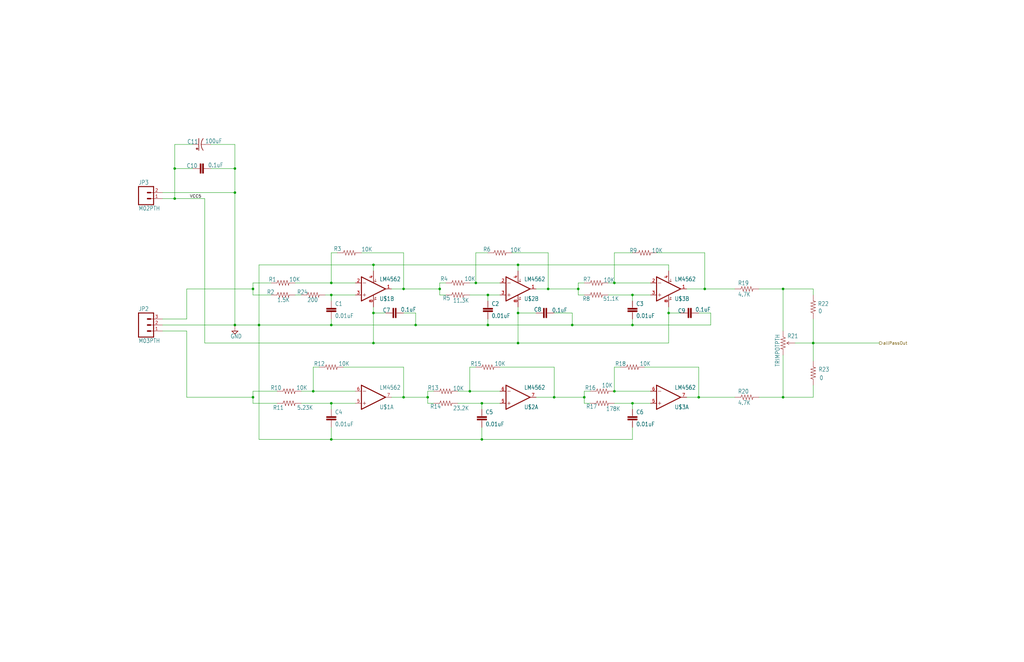
<source format=kicad_sch>
(kicad_sch (version 20230121) (generator eeschema)
  (paper "USLedger")
  (lib_symbols
    (symbol "allpass-eagle-import:CAP0603-CAP"
      (property "Reference" "C" (at 1.524 2.921 0))
      (property "Value" "CAP0603-CAP" (at 1.524 -2.159 0))
      (symbol "CAP0603-CAP_1_0"
        (rectangle (start -2.032 0.508) (end 2.032 1.016) (fill (type outline)))
        (rectangle (start -2.032 1.524) (end 2.032 2.032) (fill (type outline)))
        (polyline (pts (xy 0 0) (xy 0 0.508)) (stroke (width 0.1524)))
        (polyline (pts (xy 0 2.54) (xy 0 2.032)) (stroke (width 0.1524)))
        (pin passive line (at 0 5.08 270) (length 2.54) (name "1") (number "1"))
        (pin passive line (at 0 -2.54 90) (length 2.54) (name "2") (number "2"))
      )
    )
    (symbol "allpass-eagle-import:CAP_POLPTH1"
      (property "Reference" "C" (at 1.016 0.635 0))
      (property "Value" "CAP_POLPTH1" (at 1.016 -4.191 0))
      (symbol "CAP_POLPTH1_1_0"
        (rectangle (start -2.253 0.668) (end -1.364 0.795) (fill (type outline)))
        (rectangle (start -1.872 0.287) (end -1.745 1.176) (fill (type outline)))
        (arc (start 0 -1.0161) (mid -1.3021 -1.2302) (end -2.4669 -1.8504) (stroke (width 0.254)))
        (polyline (pts (xy -2.54 0) (xy 2.54 0)) (stroke (width 0.254)))
        (polyline (pts (xy 0 -1.016) (xy 0 -2.54)) (stroke (width 0.1524)))
        (arc (start 2.4892 -1.8542) (mid 1.3158 -1.2195) (end 0 -1) (stroke (width 0.254)))
        (pin passive line (at 0 2.54 270) (length 2.54) (name "+") (number "1"))
        (pin passive line (at 0 -5.08 90) (length 2.54) (name "-") (number "2"))
      )
    )
    (symbol "allpass-eagle-import:GND" (power)
      (property "Value" "GND" (at -1.905 -3.175 0))
      (symbol "GND_1_0"
        (polyline (pts (xy -1.27 0) (xy 1.27 0)) (stroke (width 0.254)))
        (polyline (pts (xy 0 -1.27) (xy -1.27 0)) (stroke (width 0.254)))
        (polyline (pts (xy 1.27 0) (xy 0 -1.27)) (stroke (width 0.254)))
        (pin power_in line (at 0 2.54 270) (length 2.54) (name "GND") (number "1"))
      )
    )
    (symbol "allpass-eagle-import:LM4562"
      (property "Value" "LM4562" (at 2.54 -5.08 0))
      (symbol "LM4562_1_0"
        (polyline (pts (xy -5.08 -5.08) (xy 5.08 0)) (stroke (width 0.4064)))
        (polyline (pts (xy -5.08 5.08) (xy -5.08 -5.08)) (stroke (width 0.4064)))
        (polyline (pts (xy -4.445 -2.54) (xy -3.175 -2.54)) (stroke (width 0.1524)))
        (polyline (pts (xy -4.445 2.54) (xy -3.175 2.54)) (stroke (width 0.1524)))
        (polyline (pts (xy -3.81 3.175) (xy -3.81 1.905)) (stroke (width 0.1524)))
        (polyline (pts (xy 5.08 0) (xy -5.08 5.08)) (stroke (width 0.4064)))
        (pin input line (at -7.62 2.54 0) (length 2.54) (name "+IN") (number "5"))
        (pin input line (at -7.62 -2.54 0) (length 2.54) (name "-IN") (number "6"))
        (pin output line (at 7.62 0 180) (length 2.54) (name "OUT") (number "7"))
      )
      (symbol "LM4562_2_0"
        (polyline (pts (xy -5.08 -5.08) (xy 5.08 0)) (stroke (width 0.4064)))
        (polyline (pts (xy -5.08 5.08) (xy -5.08 -5.08)) (stroke (width 0.4064)))
        (polyline (pts (xy -4.445 -2.54) (xy -3.175 -2.54)) (stroke (width 0.1524)))
        (polyline (pts (xy -4.445 2.54) (xy -3.175 2.54)) (stroke (width 0.1524)))
        (polyline (pts (xy -3.81 3.175) (xy -3.81 1.905)) (stroke (width 0.1524)))
        (polyline (pts (xy 5.08 0) (xy -5.08 5.08)) (stroke (width 0.4064)))
        (text "V+" (at 1.27 3.175 900) (effects (font (size 0.8128 0.6908)) (justify left bottom)))
        (text "V-" (at 1.27 -4.445 900) (effects (font (size 0.8128 0.6908)) (justify left bottom)))
        (pin output line (at 7.62 0 180) (length 2.54) (name "OUT") (number "1"))
        (pin input line (at -7.62 -2.54 0) (length 2.54) (name "-IN") (number "2"))
        (pin input line (at -7.62 2.54 0) (length 2.54) (name "+IN") (number "3"))
        (pin power_in line (at 0 -7.62 90) (length 5.08) (name "V-") (number "4"))
        (pin power_in line (at 0 7.62 270) (length 5.08) (name "V+") (number "8"))
      )
    )
    (symbol "allpass-eagle-import:M02PTH"
      (property "Reference" "JP" (at -2.54 5.842 0))
      (property "Value" "M02PTH" (at -2.54 -5.08 0))
      (symbol "M02PTH_1_0"
        (polyline (pts (xy -2.54 5.08) (xy -2.54 -2.54)) (stroke (width 0.4064)))
        (polyline (pts (xy -2.54 5.08) (xy 3.81 5.08)) (stroke (width 0.4064)))
        (polyline (pts (xy 1.27 0) (xy 2.54 0)) (stroke (width 0.6096)))
        (polyline (pts (xy 1.27 2.54) (xy 2.54 2.54)) (stroke (width 0.6096)))
        (polyline (pts (xy 3.81 -2.54) (xy -2.54 -2.54)) (stroke (width 0.4064)))
        (polyline (pts (xy 3.81 -2.54) (xy 3.81 5.08)) (stroke (width 0.4064)))
        (pin passive line (at 7.62 0 180) (length 5.08) (name "1") (number "1"))
        (pin passive line (at 7.62 2.54 180) (length 5.08) (name "2") (number "2"))
      )
    )
    (symbol "allpass-eagle-import:M03PTH"
      (property "Reference" "JP" (at -2.54 5.842 0))
      (property "Value" "M03PTH" (at -2.54 -7.62 0))
      (symbol "M03PTH_1_0"
        (polyline (pts (xy -2.54 5.08) (xy -2.54 -5.08)) (stroke (width 0.4064)))
        (polyline (pts (xy -2.54 5.08) (xy 3.81 5.08)) (stroke (width 0.4064)))
        (polyline (pts (xy 1.27 -2.54) (xy 2.54 -2.54)) (stroke (width 0.6096)))
        (polyline (pts (xy 1.27 0) (xy 2.54 0)) (stroke (width 0.6096)))
        (polyline (pts (xy 1.27 2.54) (xy 2.54 2.54)) (stroke (width 0.6096)))
        (polyline (pts (xy 3.81 -5.08) (xy -2.54 -5.08)) (stroke (width 0.4064)))
        (polyline (pts (xy 3.81 -5.08) (xy 3.81 5.08)) (stroke (width 0.4064)))
        (pin passive line (at 7.62 -2.54 180) (length 5.08) (name "1") (number "1"))
        (pin passive line (at 7.62 0 180) (length 5.08) (name "2") (number "2"))
        (pin passive line (at 7.62 2.54 180) (length 5.08) (name "3") (number "3"))
      )
    )
    (symbol "allpass-eagle-import:RESISTOR0603"
      (property "Reference" "R" (at -3.81 1.4986 0))
      (property "Value" "RESISTOR0603" (at -3.81 -3.302 0))
      (symbol "RESISTOR0603_1_0"
        (polyline (pts (xy -2.54 0) (xy -2.159 1.016)) (stroke (width 0.1524)))
        (polyline (pts (xy -2.159 1.016) (xy -1.524 -1.016)) (stroke (width 0.1524)))
        (polyline (pts (xy -1.524 -1.016) (xy -0.889 1.016)) (stroke (width 0.1524)))
        (polyline (pts (xy -0.889 1.016) (xy -0.254 -1.016)) (stroke (width 0.1524)))
        (polyline (pts (xy -0.254 -1.016) (xy 0.381 1.016)) (stroke (width 0.1524)))
        (polyline (pts (xy 0.381 1.016) (xy 1.016 -1.016)) (stroke (width 0.1524)))
        (polyline (pts (xy 1.016 -1.016) (xy 1.651 1.016)) (stroke (width 0.1524)))
        (polyline (pts (xy 1.651 1.016) (xy 2.286 -1.016)) (stroke (width 0.1524)))
        (polyline (pts (xy 2.286 -1.016) (xy 2.54 0)) (stroke (width 0.1524)))
        (pin passive line (at -5.08 0 0) (length 2.54) (name "1") (number "1"))
        (pin passive line (at 5.08 0 180) (length 2.54) (name "2") (number "2"))
      )
    )
    (symbol "allpass-eagle-import:TRIMPOTPTH"
      (property "Reference" "R" (at -11.43 1.4986 0))
      (property "Value" "TRIMPOTPTH" (at -3.81 -3.302 0))
      (symbol "TRIMPOTPTH_1_0"
        (polyline (pts (xy -2.54 0) (xy -2.159 1.016)) (stroke (width 0.1524)))
        (polyline (pts (xy -2.159 1.016) (xy -1.524 -1.016)) (stroke (width 0.1524)))
        (polyline (pts (xy -1.524 -1.016) (xy -0.889 1.016)) (stroke (width 0.1524)))
        (polyline (pts (xy -0.889 1.016) (xy -0.254 -1.016)) (stroke (width 0.1524)))
        (polyline (pts (xy -0.635 2.54) (xy 0 1.524)) (stroke (width 0.1524)))
        (polyline (pts (xy -0.254 -1.016) (xy 0.381 1.016)) (stroke (width 0.1524)))
        (polyline (pts (xy 0 1.524) (xy 0.635 2.54)) (stroke (width 0.1524)))
        (polyline (pts (xy 0 2.54) (xy 0 1.524)) (stroke (width 0.1524)))
        (polyline (pts (xy 0.381 1.016) (xy 1.016 -1.016)) (stroke (width 0.1524)))
        (polyline (pts (xy 1.016 -1.016) (xy 1.651 1.016)) (stroke (width 0.1524)))
        (polyline (pts (xy 1.651 1.016) (xy 2.286 -1.016)) (stroke (width 0.1524)))
        (polyline (pts (xy 2.286 -1.016) (xy 2.54 0)) (stroke (width 0.1524)))
        (pin passive line (at -5.08 0 0) (length 2.54) (name "CCW") (number "1"))
        (pin passive line (at 0 5.08 270) (length 2.54) (name "WIPER") (number "2"))
        (pin passive line (at 5.08 0 180) (length 2.54) (name "CW") (number "3"))
      )
    )
  )
  (junction (at 170.18 121.92))
  (junction (at 106.68 167.64))
  (junction (at 175.26 137.16))
  (junction (at 243.84 121.92))
  (junction (at 218.44 144.78))
  (junction (at 200.66 119.38))
  (junction (at 259.08 119.38))
  (junction (at 218.44 111.76))
  (junction (at 203.2 185.42))
  (junction (at 266.7 170.18))
  (junction (at 99.06 71.12))
  (junction (at 139.7 124.46))
  (junction (at 99.06 137.16))
  (junction (at 180.34 167.64))
  (junction (at 132.08 165.1))
  (junction (at 185.42 121.92))
  (junction (at 231.14 121.92))
  (junction (at 157.48 132.08))
  (junction (at 139.7 119.38))
  (junction (at 246.38 167.64))
  (junction (at 157.48 111.76))
  (junction (at 241.3 137.16))
  (junction (at 73.66 83.82))
  (junction (at 139.7 137.16))
  (junction (at 170.18 167.64))
  (junction (at 218.44 132.08))
  (junction (at 281.94 132.08))
  (junction (at 297.18 121.92))
  (junction (at 99.06 81.28))
  (junction (at 106.68 121.92))
  (junction (at 109.22 137.16))
  (junction (at 205.74 124.46))
  (junction (at 205.74 137.16))
  (junction (at 139.7 185.42))
  (junction (at 259.08 165.1))
  (junction (at 139.7 170.18))
  (junction (at 294.64 167.64))
  (junction (at 330.2 167.64))
  (junction (at 233.68 167.64))
  (junction (at 266.7 137.16))
  (junction (at 266.7 124.46))
  (junction (at 198.12 165.1))
  (junction (at 157.48 144.78))
  (junction (at 203.2 170.18))
  (junction (at 73.66 71.12))
  (junction (at 342.9 144.78))
  (junction (at 330.2 121.92))
  (wire (pts (xy 259.08 165.1) (xy 274.32 165.1)))
  (wire (pts (xy 210.82 154.94) (xy 233.68 154.94)))
  (wire (pts (xy 256.54 124.46) (xy 266.7 124.46)))
  (wire (pts (xy 139.7 124.46) (xy 149.86 124.46)))
  (wire (pts (xy 342.9 134.62) (xy 342.9 144.78)))
  (wire (pts (xy 203.2 172.72) (xy 203.2 170.18)))
  (wire (pts (xy 266.7 185.42) (xy 203.2 185.42)))
  (wire (pts (xy 320.04 167.64) (xy 330.2 167.64)))
  (wire (pts (xy 81.28 71.12) (xy 73.66 71.12)))
  (wire (pts (xy 266.7 124.46) (xy 274.32 124.46)))
  (wire (pts (xy 218.44 111.76) (xy 157.48 111.76)))
  (wire (pts (xy 134.62 154.94) (xy 132.08 154.94)))
  (wire (pts (xy 180.34 165.1) (xy 180.34 167.64)))
  (wire (pts (xy 259.08 106.68) (xy 259.08 119.38)))
  (wire (pts (xy 106.68 165.1) (xy 106.68 167.64)))
  (wire (pts (xy 342.9 167.64) (xy 342.9 162.56)))
  (wire (pts (xy 157.48 129.54) (xy 157.48 132.08)))
  (wire (pts (xy 170.18 121.92) (xy 165.1 121.92)))
  (wire (pts (xy 157.48 132.08) (xy 157.48 144.78)))
  (wire (pts (xy 320.04 121.92) (xy 330.2 121.92)))
  (wire (pts (xy 144.78 154.94) (xy 170.18 154.94)))
  (wire (pts (xy 106.68 170.18) (xy 116.84 170.18)))
  (wire (pts (xy 124.46 124.46) (xy 127 124.46)))
  (wire (pts (xy 86.36 83.82) (xy 86.36 144.78)))
  (wire (pts (xy 114.3 119.38) (xy 106.68 119.38)))
  (wire (pts (xy 68.58 134.62) (xy 78.74 134.62)))
  (wire (pts (xy 205.74 127) (xy 205.74 124.46)))
  (wire (pts (xy 170.18 106.68) (xy 170.18 121.92)))
  (wire (pts (xy 266.7 170.18) (xy 274.32 170.18)))
  (wire (pts (xy 294.64 132.08) (xy 299.72 132.08)))
  (wire (pts (xy 246.38 167.64) (xy 246.38 170.18)))
  (wire (pts (xy 109.22 111.76) (xy 109.22 137.16)))
  (wire (pts (xy 73.66 71.12) (xy 73.66 83.82)))
  (wire (pts (xy 132.08 154.94) (xy 132.08 165.1)))
  (wire (pts (xy 78.74 167.64) (xy 106.68 167.64)))
  (wire (pts (xy 297.18 121.92) (xy 309.88 121.92)))
  (wire (pts (xy 248.92 165.1) (xy 246.38 165.1)))
  (wire (pts (xy 162.56 132.08) (xy 157.48 132.08)))
  (wire (pts (xy 139.7 106.68) (xy 139.7 119.38)))
  (wire (pts (xy 335.28 144.78) (xy 342.9 144.78)))
  (wire (pts (xy 109.22 137.16) (xy 99.06 137.16)))
  (wire (pts (xy 259.08 154.94) (xy 259.08 165.1)))
  (wire (pts (xy 139.7 127) (xy 139.7 124.46)))
  (wire (pts (xy 180.34 170.18) (xy 182.88 170.18)))
  (wire (pts (xy 198.12 119.38) (xy 200.66 119.38)))
  (wire (pts (xy 243.84 121.92) (xy 243.84 124.46)))
  (wire (pts (xy 139.7 137.16) (xy 175.26 137.16)))
  (wire (pts (xy 139.7 134.62) (xy 139.7 137.16)))
  (wire (pts (xy 170.18 121.92) (xy 185.42 121.92)))
  (wire (pts (xy 233.68 154.94) (xy 233.68 167.64)))
  (wire (pts (xy 106.68 167.64) (xy 106.68 170.18)))
  (wire (pts (xy 266.7 127) (xy 266.7 124.46)))
  (wire (pts (xy 185.42 121.92) (xy 185.42 124.46)))
  (wire (pts (xy 139.7 185.42) (xy 109.22 185.42)))
  (wire (pts (xy 205.74 106.68) (xy 200.66 106.68)))
  (wire (pts (xy 205.74 137.16) (xy 241.3 137.16)))
  (wire (pts (xy 109.22 185.42) (xy 109.22 137.16)))
  (wire (pts (xy 99.06 71.12) (xy 99.06 81.28)))
  (wire (pts (xy 88.9 60.96) (xy 99.06 60.96)))
  (wire (pts (xy 200.66 154.94) (xy 198.12 154.94)))
  (wire (pts (xy 299.72 137.16) (xy 266.7 137.16)))
  (wire (pts (xy 73.66 83.82) (xy 86.36 83.82)))
  (wire (pts (xy 106.68 124.46) (xy 114.3 124.46)))
  (wire (pts (xy 157.48 144.78) (xy 86.36 144.78)))
  (wire (pts (xy 68.58 139.7) (xy 78.74 139.7)))
  (wire (pts (xy 218.44 114.3) (xy 218.44 111.76)))
  (wire (pts (xy 116.84 165.1) (xy 106.68 165.1)))
  (wire (pts (xy 106.68 119.38) (xy 106.68 121.92)))
  (wire (pts (xy 106.68 121.92) (xy 106.68 124.46)))
  (wire (pts (xy 231.14 106.68) (xy 231.14 121.92)))
  (wire (pts (xy 180.34 167.64) (xy 180.34 170.18)))
  (wire (pts (xy 200.66 106.68) (xy 200.66 119.38)))
  (wire (pts (xy 266.7 180.34) (xy 266.7 185.42)))
  (wire (pts (xy 233.68 167.64) (xy 246.38 167.64)))
  (wire (pts (xy 281.94 144.78) (xy 218.44 144.78)))
  (wire (pts (xy 124.46 119.38) (xy 139.7 119.38)))
  (wire (pts (xy 182.88 165.1) (xy 180.34 165.1)))
  (wire (pts (xy 139.7 185.42) (xy 139.7 180.34)))
  (wire (pts (xy 233.68 132.08) (xy 241.3 132.08)))
  (wire (pts (xy 259.08 170.18) (xy 266.7 170.18)))
  (wire (pts (xy 294.64 167.64) (xy 289.56 167.64)))
  (wire (pts (xy 81.28 60.96) (xy 73.66 60.96)))
  (wire (pts (xy 139.7 170.18) (xy 149.86 170.18)))
  (wire (pts (xy 294.64 154.94) (xy 294.64 167.64)))
  (wire (pts (xy 218.44 144.78) (xy 157.48 144.78)))
  (wire (pts (xy 127 170.18) (xy 139.7 170.18)))
  (wire (pts (xy 241.3 132.08) (xy 241.3 137.16)))
  (wire (pts (xy 68.58 83.82) (xy 73.66 83.82)))
  (wire (pts (xy 139.7 119.38) (xy 149.86 119.38)))
  (wire (pts (xy 271.78 154.94) (xy 294.64 154.94)))
  (wire (pts (xy 266.7 172.72) (xy 266.7 170.18)))
  (wire (pts (xy 342.9 144.78) (xy 370.84 144.78)))
  (wire (pts (xy 205.74 124.46) (xy 210.82 124.46)))
  (wire (pts (xy 132.08 165.1) (xy 149.86 165.1)))
  (wire (pts (xy 330.2 121.92) (xy 342.9 121.92)))
  (wire (pts (xy 142.24 106.68) (xy 139.7 106.68)))
  (wire (pts (xy 203.2 170.18) (xy 210.82 170.18)))
  (wire (pts (xy 185.42 124.46) (xy 187.96 124.46)))
  (wire (pts (xy 152.4 106.68) (xy 170.18 106.68)))
  (wire (pts (xy 294.64 167.64) (xy 309.88 167.64)))
  (wire (pts (xy 170.18 154.94) (xy 170.18 167.64)))
  (wire (pts (xy 218.44 129.54) (xy 218.44 132.08)))
  (wire (pts (xy 68.58 81.28) (xy 99.06 81.28)))
  (wire (pts (xy 99.06 60.96) (xy 99.06 71.12)))
  (wire (pts (xy 342.9 121.92) (xy 342.9 124.46)))
  (wire (pts (xy 299.72 132.08) (xy 299.72 137.16)))
  (wire (pts (xy 170.18 132.08) (xy 175.26 132.08)))
  (wire (pts (xy 78.74 134.62) (xy 78.74 121.92)))
  (wire (pts (xy 78.74 121.92) (xy 106.68 121.92)))
  (wire (pts (xy 246.38 165.1) (xy 246.38 167.64)))
  (wire (pts (xy 243.84 124.46) (xy 246.38 124.46)))
  (wire (pts (xy 203.2 185.42) (xy 139.7 185.42)))
  (wire (pts (xy 193.04 165.1) (xy 198.12 165.1)))
  (wire (pts (xy 231.14 121.92) (xy 226.06 121.92)))
  (wire (pts (xy 193.04 170.18) (xy 203.2 170.18)))
  (wire (pts (xy 170.18 167.64) (xy 180.34 167.64)))
  (wire (pts (xy 157.48 114.3) (xy 157.48 111.76)))
  (wire (pts (xy 73.66 60.96) (xy 73.66 71.12)))
  (wire (pts (xy 276.86 106.68) (xy 297.18 106.68)))
  (wire (pts (xy 261.62 154.94) (xy 259.08 154.94)))
  (wire (pts (xy 127 165.1) (xy 132.08 165.1)))
  (wire (pts (xy 266.7 137.16) (xy 266.7 134.62)))
  (wire (pts (xy 157.48 111.76) (xy 109.22 111.76)))
  (wire (pts (xy 198.12 154.94) (xy 198.12 165.1)))
  (wire (pts (xy 330.2 121.92) (xy 330.2 139.7)))
  (wire (pts (xy 139.7 172.72) (xy 139.7 170.18)))
  (wire (pts (xy 226.06 132.08) (xy 218.44 132.08)))
  (wire (pts (xy 330.2 167.64) (xy 330.2 149.86)))
  (wire (pts (xy 203.2 180.34) (xy 203.2 185.42)))
  (wire (pts (xy 246.38 170.18) (xy 248.92 170.18)))
  (wire (pts (xy 175.26 137.16) (xy 205.74 137.16)))
  (wire (pts (xy 281.94 114.3) (xy 281.94 111.76)))
  (wire (pts (xy 218.44 132.08) (xy 218.44 144.78)))
  (wire (pts (xy 281.94 129.54) (xy 281.94 132.08)))
  (wire (pts (xy 78.74 139.7) (xy 78.74 167.64)))
  (wire (pts (xy 259.08 119.38) (xy 274.32 119.38)))
  (wire (pts (xy 231.14 121.92) (xy 243.84 121.92)))
  (wire (pts (xy 205.74 137.16) (xy 205.74 134.62)))
  (wire (pts (xy 297.18 106.68) (xy 297.18 121.92)))
  (wire (pts (xy 139.7 137.16) (xy 109.22 137.16)))
  (wire (pts (xy 281.94 111.76) (xy 218.44 111.76)))
  (wire (pts (xy 233.68 167.64) (xy 226.06 167.64)))
  (wire (pts (xy 99.06 137.16) (xy 68.58 137.16)))
  (wire (pts (xy 198.12 165.1) (xy 210.82 165.1)))
  (wire (pts (xy 246.38 119.38) (xy 243.84 119.38)))
  (wire (pts (xy 198.12 124.46) (xy 205.74 124.46)))
  (wire (pts (xy 187.96 119.38) (xy 185.42 119.38)))
  (wire (pts (xy 342.9 144.78) (xy 342.9 152.4)))
  (wire (pts (xy 99.06 81.28) (xy 99.06 137.16)))
  (wire (pts (xy 88.9 71.12) (xy 99.06 71.12)))
  (wire (pts (xy 170.18 167.64) (xy 165.1 167.64)))
  (wire (pts (xy 243.84 119.38) (xy 243.84 121.92)))
  (wire (pts (xy 200.66 119.38) (xy 210.82 119.38)))
  (wire (pts (xy 297.18 121.92) (xy 289.56 121.92)))
  (wire (pts (xy 185.42 119.38) (xy 185.42 121.92)))
  (wire (pts (xy 175.26 132.08) (xy 175.26 137.16)))
  (wire (pts (xy 256.54 119.38) (xy 259.08 119.38)))
  (wire (pts (xy 287.02 132.08) (xy 281.94 132.08)))
  (wire (pts (xy 137.16 124.46) (xy 139.7 124.46)))
  (wire (pts (xy 281.94 132.08) (xy 281.94 144.78)))
  (wire (pts (xy 241.3 137.16) (xy 266.7 137.16)))
  (wire (pts (xy 330.2 167.64) (xy 342.9 167.64)))
  (wire (pts (xy 215.9 106.68) (xy 231.14 106.68)))
  (wire (pts (xy 266.7 106.68) (xy 259.08 106.68)))
  (label "VCC5" (at 80.01 83.82 0) (effects (font (size 1.2446 1.2446))))
  (hierarchical_label "allPassOut" (shape output) (at 370.84 144.78 0))
  (symbol (lib_id "allpass-eagle-import:LM4562") (at 281.94 121.92 0) (mirror x) (unit 2)
    (property "Reference" "U$3" (at 284.48 125.095 0) (effects (font (size 1.778 1.5113)) (justify left bottom)))
    (property "Value" "LM4562" (at 284.48 116.84 0) (effects (font (size 1.778 1.5113)) (justify left bottom)))
    (property "Footprint" "allpass:SOIC8" (effects hide))
  )
  (symbol (lib_id "allpass-eagle-import:CAP0603-CAP") (at 205.74 132.08 0) (unit 1)
    (property "Reference" "C2" (at 207.264 129.159 0) (effects (font (size 1.778 1.5113)) (justify left bottom)))
    (property "Value" "0.01uF" (at 207.264 134.239 0) (effects (font (size 1.778 1.5113)) (justify left bottom)))
    (property "Footprint" "allpass:0603-CAP" (effects hide))
  )
  (symbol (lib_id "allpass-eagle-import:RESISTOR0603") (at 251.46 119.38 0) (unit 1)
    (property "Reference" "R7" (at 245.872 118.8974 0) (effects (font (size 1.778 1.5113)) (justify left bottom)))
    (property "Value" "10K" (at 254.508 119.126 0) (effects (font (size 1.778 1.5113)) (justify left bottom)))
    (property "Footprint" "allpass:0603-RES" (effects hide))
  )
  (symbol (lib_id "allpass-eagle-import:RESISTOR0603") (at 254 165.1 0) (unit 1)
    (property "Reference" "R16" (at 246.634 164.6174 0) (effects (font (size 1.778 1.5113)) (justify left bottom)))
    (property "Value" "10K" (at 253.746 163.576 0) (effects (font (size 1.778 1.5113)) (justify left bottom)))
    (property "Footprint" "allpass:0603-RES" (effects hide))
  )
  (symbol (lib_id "allpass-eagle-import:TRIMPOTPTH") (at 330.2 144.78 270) (unit 1)
    (property "Reference" "R21" (at 331.978 142.7734 90) (effects (font (size 1.778 1.5113)) (justify left bottom)))
    (property "Value" "TRIMPOTPTH" (at 326.898 140.97 0) (effects (font (size 1.778 1.5113)) (justify left bottom)))
    (property "Footprint" "allpass:TRIM_POT_PTH" (effects hide))
  )
  (symbol (lib_id "allpass-eagle-import:RESISTOR0603") (at 119.38 119.38 0) (unit 1)
    (property "Reference" "R1" (at 113.284 118.8974 0) (effects (font (size 1.778 1.5113)) (justify left bottom)))
    (property "Value" "10K" (at 121.92 118.872 0) (effects (font (size 1.778 1.5113)) (justify left bottom)))
    (property "Footprint" "allpass:0603-RES" (effects hide))
  )
  (symbol (lib_id "allpass-eagle-import:M02PTH") (at 60.96 83.82 0) (unit 1)
    (property "Reference" "JP3" (at 58.42 77.978 0) (effects (font (size 1.778 1.5113)) (justify left bottom)))
    (property "Value" "M02PTH" (at 58.42 88.9 0) (effects (font (size 1.778 1.5113)) (justify left bottom)))
    (property "Footprint" "allpass:1X02" (effects hide))
  )
  (symbol (lib_id "allpass-eagle-import:RESISTOR0603") (at 147.32 106.68 0) (unit 1)
    (property "Reference" "R3" (at 140.716 105.9434 0) (effects (font (size 1.778 1.5113)) (justify left bottom)))
    (property "Value" "10K" (at 152.4 106.172 0) (effects (font (size 1.778 1.5113)) (justify left bottom)))
    (property "Footprint" "allpass:0603-RES" (effects hide))
  )
  (symbol (lib_id "allpass-eagle-import:RESISTOR0603") (at 205.74 154.94 0) (unit 1)
    (property "Reference" "R15" (at 198.374 154.4574 0) (effects (font (size 1.778 1.5113)) (justify left bottom)))
    (property "Value" "10K" (at 208.534 154.432 0) (effects (font (size 1.778 1.5113)) (justify left bottom)))
    (property "Footprint" "allpass:0603-RES" (effects hide))
  )
  (symbol (lib_id "allpass-eagle-import:LM4562") (at 157.48 121.92 0) (mirror x) (unit 2)
    (property "Reference" "U$1" (at 160.02 125.095 0) (effects (font (size 1.778 1.5113)) (justify left bottom)))
    (property "Value" "LM4562" (at 160.02 116.84 0) (effects (font (size 1.778 1.5113)) (justify left bottom)))
    (property "Footprint" "allpass:SOIC8" (effects hide))
  )
  (symbol (lib_id "allpass-eagle-import:CAP0603-CAP") (at 167.64 132.08 90) (unit 1)
    (property "Reference" "C7" (at 164.592 129.921 90) (effects (font (size 1.778 1.5113)) (justify left bottom)))
    (property "Value" "0.1uF" (at 175.514 129.667 90) (effects (font (size 1.778 1.5113)) (justify left bottom)))
    (property "Footprint" "allpass:0603-CAP" (effects hide))
  )
  (symbol (lib_id "allpass-eagle-import:RESISTOR0603") (at 139.7 154.94 0) (unit 1)
    (property "Reference" "R12" (at 132.334 154.4574 0) (effects (font (size 1.778 1.5113)) (justify left bottom)))
    (property "Value" "10K" (at 142.748 154.432 0) (effects (font (size 1.778 1.5113)) (justify left bottom)))
    (property "Footprint" "allpass:0603-RES" (effects hide))
  )
  (symbol (lib_id "allpass-eagle-import:RESISTOR0603") (at 119.38 124.46 0) (unit 1)
    (property "Reference" "R2" (at 112.522 124.2314 0) (effects (font (size 1.778 1.5113)) (justify left bottom)))
    (property "Value" "1.5K" (at 116.84 127.508 0) (effects (font (size 1.778 1.5113)) (justify left bottom)))
    (property "Footprint" "allpass:0603-RES" (effects hide))
  )
  (symbol (lib_id "allpass-eagle-import:CAP0603-CAP") (at 203.2 177.8 0) (unit 1)
    (property "Reference" "C5" (at 204.724 174.879 0) (effects (font (size 1.778 1.5113)) (justify left bottom)))
    (property "Value" "0.01uF" (at 204.724 179.959 0) (effects (font (size 1.778 1.5113)) (justify left bottom)))
    (property "Footprint" "allpass:0603-CAP" (effects hide))
  )
  (symbol (lib_id "allpass-eagle-import:LM4562") (at 281.94 167.64 0) (mirror x) (unit 1)
    (property "Reference" "U$3" (at 284.48 170.815 0) (effects (font (size 1.778 1.5113)) (justify left bottom)))
    (property "Value" "LM4562" (at 284.48 162.56 0) (effects (font (size 1.778 1.5113)) (justify left bottom)))
    (property "Footprint" "allpass:SOIC8" (effects hide))
  )
  (symbol (lib_id "allpass-eagle-import:CAP_POLPTH1") (at 83.82 60.96 90) (unit 1)
    (property "Reference" "C11" (at 83.566 58.801 90) (effects (font (size 1.778 1.5113)) (justify left bottom)))
    (property "Value" "100uF" (at 93.726 58.547 90) (effects (font (size 1.778 1.5113)) (justify left bottom)))
    (property "Footprint" "allpass:CPOL-RADIAL-100UF-25V" (effects hide))
  )
  (symbol (lib_id "allpass-eagle-import:CAP0603-CAP") (at 139.7 132.08 0) (unit 1)
    (property "Reference" "C1" (at 141.224 129.159 0) (effects (font (size 1.778 1.5113)) (justify left bottom)))
    (property "Value" "0.01uF" (at 141.224 134.239 0) (effects (font (size 1.778 1.5113)) (justify left bottom)))
    (property "Footprint" "allpass:0603-CAP" (effects hide))
  )
  (symbol (lib_id "allpass-eagle-import:RESISTOR0603") (at 251.46 124.46 0) (unit 1)
    (property "Reference" "R8" (at 245.618 127.0254 0) (effects (font (size 1.778 1.5113)) (justify left bottom)))
    (property "Value" "51.1K" (at 254.254 127 0) (effects (font (size 1.778 1.5113)) (justify left bottom)))
    (property "Footprint" "allpass:0603-RES" (effects hide))
  )
  (symbol (lib_id "allpass-eagle-import:RESISTOR0603") (at 342.9 129.54 90) (unit 1)
    (property "Reference" "R22" (at 349.504 127.2286 90) (effects (font (size 1.778 1.5113)) (justify left bottom)))
    (property "Value" "0" (at 346.71 130.302 90) (effects (font (size 1.778 1.5113)) (justify left bottom)))
    (property "Footprint" "allpass:0603-RES" (effects hide))
  )
  (symbol (lib_id "allpass-eagle-import:GND") (at 99.06 139.7 0) (unit 1)
    (property "Reference" "#SUPPLY1" (effects hide))
    (property "Value" "GND" (at 97.155 142.875 0) (effects (font (size 1.778 1.5113)) (justify left bottom)))
    (property "Footprint" "allpass:" (effects hide))
  )
  (symbol (lib_id "allpass-eagle-import:RESISTOR0603") (at 121.92 165.1 0) (unit 1)
    (property "Reference" "R10" (at 114.046 164.6174 0) (effects (font (size 1.778 1.5113)) (justify left bottom)))
    (property "Value" "10K" (at 124.968 164.592 0) (effects (font (size 1.778 1.5113)) (justify left bottom)))
    (property "Footprint" "allpass:0603-RES" (effects hide))
  )
  (symbol (lib_id "allpass-eagle-import:RESISTOR0603") (at 187.96 165.1 0) (unit 1)
    (property "Reference" "R13" (at 180.34 164.6174 0) (effects (font (size 1.778 1.5113)) (justify left bottom)))
    (property "Value" "10K" (at 191.008 164.846 0) (effects (font (size 1.778 1.5113)) (justify left bottom)))
    (property "Footprint" "allpass:0603-RES" (effects hide))
  )
  (symbol (lib_id "allpass-eagle-import:CAP0603-CAP") (at 86.36 71.12 90) (unit 1)
    (property "Reference" "C10" (at 83.312 68.961 90) (effects (font (size 1.778 1.5113)) (justify left bottom)))
    (property "Value" "0.1uF" (at 94.234 68.707 90) (effects (font (size 1.778 1.5113)) (justify left bottom)))
    (property "Footprint" "allpass:0603-CAP" (effects hide))
  )
  (symbol (lib_id "allpass-eagle-import:CAP0603-CAP") (at 266.7 177.8 0) (unit 1)
    (property "Reference" "C6" (at 268.224 174.879 0) (effects (font (size 1.778 1.5113)) (justify left bottom)))
    (property "Value" "0.01uF" (at 268.224 179.959 0) (effects (font (size 1.778 1.5113)) (justify left bottom)))
    (property "Footprint" "allpass:0603-CAP" (effects hide))
  )
  (symbol (lib_id "allpass-eagle-import:RESISTOR0603") (at 187.96 170.18 0) (unit 1)
    (property "Reference" "R14" (at 181.356 172.4914 0) (effects (font (size 1.778 1.5113)) (justify left bottom)))
    (property "Value" "23.2K" (at 191.008 173.228 0) (effects (font (size 1.778 1.5113)) (justify left bottom)))
    (property "Footprint" "allpass:0603-RES" (effects hide))
  )
  (symbol (lib_id "allpass-eagle-import:RESISTOR0603") (at 271.78 106.68 0) (unit 1)
    (property "Reference" "R9" (at 265.43 106.7054 0) (effects (font (size 1.778 1.5113)) (justify left bottom)))
    (property "Value" "10K" (at 274.828 106.68 0) (effects (font (size 1.778 1.5113)) (justify left bottom)))
    (property "Footprint" "allpass:0603-RES" (effects hide))
  )
  (symbol (lib_id "allpass-eagle-import:CAP0603-CAP") (at 139.7 177.8 0) (unit 1)
    (property "Reference" "C4" (at 141.224 174.879 0) (effects (font (size 1.778 1.5113)) (justify left bottom)))
    (property "Value" "0.01uF" (at 141.224 179.959 0) (effects (font (size 1.778 1.5113)) (justify left bottom)))
    (property "Footprint" "allpass:0603-CAP" (effects hide))
  )
  (symbol (lib_id "allpass-eagle-import:RESISTOR0603") (at 314.96 167.64 0) (unit 1)
    (property "Reference" "R20" (at 311.15 166.1414 0) (effects (font (size 1.778 1.5113)) (justify left bottom)))
    (property "Value" "4.7K" (at 311.15 170.942 0) (effects (font (size 1.778 1.5113)) (justify left bottom)))
    (property "Footprint" "allpass:0603-RES" (effects hide))
  )
  (symbol (lib_id "allpass-eagle-import:RESISTOR0603") (at 314.96 121.92 0) (unit 1)
    (property "Reference" "R19" (at 311.15 120.4214 0) (effects (font (size 1.778 1.5113)) (justify left bottom)))
    (property "Value" "4.7K" (at 311.15 125.222 0) (effects (font (size 1.778 1.5113)) (justify left bottom)))
    (property "Footprint" "allpass:0603-RES" (effects hide))
  )
  (symbol (lib_id "allpass-eagle-import:RESISTOR0603") (at 193.04 119.38 0) (unit 1)
    (property "Reference" "R4" (at 185.674 118.6434 0) (effects (font (size 1.778 1.5113)) (justify left bottom)))
    (property "Value" "10K" (at 195.834 118.618 0) (effects (font (size 1.778 1.5113)) (justify left bottom)))
    (property "Footprint" "allpass:0603-RES" (effects hide))
  )
  (symbol (lib_id "allpass-eagle-import:M03PTH") (at 60.96 137.16 0) (unit 1)
    (property "Reference" "JP2" (at 58.42 131.318 0) (effects (font (size 1.778 1.5113)) (justify left bottom)))
    (property "Value" "M03PTH" (at 58.42 144.78 0) (effects (font (size 1.778 1.5113)) (justify left bottom)))
    (property "Footprint" "allpass:1X03" (effects hide))
  )
  (symbol (lib_id "allpass-eagle-import:LM4562") (at 157.48 167.64 0) (mirror x) (unit 1)
    (property "Reference" "U$1" (at 160.02 170.815 0) (effects (font (size 1.778 1.5113)) (justify left bottom)))
    (property "Value" "LM4562" (at 160.02 162.56 0) (effects (font (size 1.778 1.5113)) (justify left bottom)))
    (property "Footprint" "allpass:SOIC8" (effects hide))
  )
  (symbol (lib_id "allpass-eagle-import:RESISTOR0603") (at 193.04 124.46 0) (unit 1)
    (property "Reference" "R5" (at 186.69 126.7714 0) (effects (font (size 1.778 1.5113)) (justify left bottom)))
    (property "Value" "11.3K" (at 191.008 127.762 0) (effects (font (size 1.778 1.5113)) (justify left bottom)))
    (property "Footprint" "allpass:0603-RES" (effects hide))
  )
  (symbol (lib_id "allpass-eagle-import:CAP0603-CAP") (at 292.1 132.08 90) (unit 1)
    (property "Reference" "C9" (at 289.052 130.175 90) (effects (font (size 1.778 1.5113)) (justify left bottom)))
    (property "Value" "0.1uF" (at 299.72 129.667 90) (effects (font (size 1.778 1.5113)) (justify left bottom)))
    (property "Footprint" "allpass:0603-CAP" (effects hide))
  )
  (symbol (lib_id "allpass-eagle-import:LM4562") (at 218.44 121.92 0) (mirror x) (unit 2)
    (property "Reference" "U$2" (at 220.98 125.095 0) (effects (font (size 1.778 1.5113)) (justify left bottom)))
    (property "Value" "LM4562" (at 220.98 116.84 0) (effects (font (size 1.778 1.5113)) (justify left bottom)))
    (property "Footprint" "allpass:SOIC8" (effects hide))
  )
  (symbol (lib_id "allpass-eagle-import:RESISTOR0603") (at 254 170.18 0) (unit 1)
    (property "Reference" "R17" (at 247.142 172.4914 0) (effects (font (size 1.778 1.5113)) (justify left bottom)))
    (property "Value" "178K" (at 255.524 173.482 0) (effects (font (size 1.778 1.5113)) (justify left bottom)))
    (property "Footprint" "allpass:0603-RES" (effects hide))
  )
  (symbol (lib_id "allpass-eagle-import:LM4562") (at 218.44 167.64 0) (mirror x) (unit 1)
    (property "Reference" "U$2" (at 220.98 170.815 0) (effects (font (size 1.778 1.5113)) (justify left bottom)))
    (property "Value" "LM4562" (at 220.98 162.56 0) (effects (font (size 1.778 1.5113)) (justify left bottom)))
    (property "Footprint" "allpass:SOIC8" (effects hide))
  )
  (symbol (lib_id "allpass-eagle-import:RESISTOR0603") (at 342.9 157.48 90) (unit 1)
    (property "Reference" "R23" (at 349.758 154.9146 90) (effects (font (size 1.778 1.5113)) (justify left bottom)))
    (property "Value" "0" (at 347.218 158.496 90) (effects (font (size 1.778 1.5113)) (justify left bottom)))
    (property "Footprint" "allpass:0603-RES" (effects hide))
  )
  (symbol (lib_id "allpass-eagle-import:RESISTOR0603") (at 132.08 124.46 0) (unit 1)
    (property "Reference" "R24" (at 125.222 124.2314 0) (effects (font (size 1.778 1.5113)) (justify left bottom)))
    (property "Value" "200" (at 129.54 127.508 0) (effects (font (size 1.778 1.5113)) (justify left bottom)))
    (property "Footprint" "allpass:0603-RES" (effects hide))
  )
  (symbol (lib_id "allpass-eagle-import:RESISTOR0603") (at 210.82 106.68 0) (unit 1)
    (property "Reference" "R6" (at 203.708 106.1974 0) (effects (font (size 1.778 1.5113)) (justify left bottom)))
    (property "Value" "10K" (at 215.138 106.426 0) (effects (font (size 1.778 1.5113)) (justify left bottom)))
    (property "Footprint" "allpass:0603-RES" (effects hide))
  )
  (symbol (lib_id "allpass-eagle-import:RESISTOR0603") (at 266.7 154.94 0) (unit 1)
    (property "Reference" "R18" (at 259.334 154.4574 0) (effects (font (size 1.778 1.5113)) (justify left bottom)))
    (property "Value" "10K" (at 269.748 154.432 0) (effects (font (size 1.778 1.5113)) (justify left bottom)))
    (property "Footprint" "allpass:0603-RES" (effects hide))
  )
  (symbol (lib_id "allpass-eagle-import:RESISTOR0603") (at 121.92 170.18 0) (unit 1)
    (property "Reference" "R11" (at 115.062 172.9994 0) (effects (font (size 1.778 1.5113)) (justify left bottom)))
    (property "Value" "5.23K" (at 125.222 172.974 0) (effects (font (size 1.778 1.5113)) (justify left bottom)))
    (property "Footprint" "allpass:0603-RES" (effects hide))
  )
  (symbol (lib_id "allpass-eagle-import:CAP0603-CAP") (at 266.7 132.08 0) (unit 1)
    (property "Reference" "C3" (at 268.224 129.159 0) (effects (font (size 1.778 1.5113)) (justify left bottom)))
    (property "Value" "0.01uF" (at 268.224 134.239 0) (effects (font (size 1.778 1.5113)) (justify left bottom)))
    (property "Footprint" "allpass:0603-CAP" (effects hide))
  )
  (symbol (lib_id "allpass-eagle-import:CAP0603-CAP") (at 231.14 132.08 90) (unit 1)
    (property "Reference" "C8" (at 228.346 129.667 90) (effects (font (size 1.778 1.5113)) (justify left bottom)))
    (property "Value" "0.1uF" (at 239.268 129.921 90) (effects (font (size 1.778 1.5113)) (justify left bottom)))
    (property "Footprint" "allpass:0603-CAP" (effects hide))
  )
)
</source>
